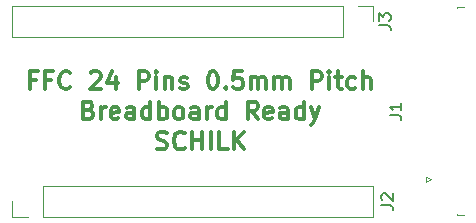
<source format=gbr>
G04 #@! TF.GenerationSoftware,KiCad,Pcbnew,(5.1.5)-3*
G04 #@! TF.CreationDate,2020-06-05T16:26:23+02:00*
G04 #@! TF.ProjectId,FFC_24Pin_P0.5mm_Breakout,4646435f-3234-4506-996e-5f50302e356d,rev?*
G04 #@! TF.SameCoordinates,Original*
G04 #@! TF.FileFunction,Legend,Top*
G04 #@! TF.FilePolarity,Positive*
%FSLAX46Y46*%
G04 Gerber Fmt 4.6, Leading zero omitted, Abs format (unit mm)*
G04 Created by KiCad (PCBNEW (5.1.5)-3) date 2020-06-05 16:26:23*
%MOMM*%
%LPD*%
G04 APERTURE LIST*
%ADD10C,0.300000*%
%ADD11C,0.120000*%
%ADD12C,0.150000*%
G04 APERTURE END LIST*
D10*
X92116428Y-83702857D02*
X91616428Y-83702857D01*
X91616428Y-84488571D02*
X91616428Y-82988571D01*
X92330714Y-82988571D01*
X93402142Y-83702857D02*
X92902142Y-83702857D01*
X92902142Y-84488571D02*
X92902142Y-82988571D01*
X93616428Y-82988571D01*
X95045000Y-84345714D02*
X94973571Y-84417142D01*
X94759285Y-84488571D01*
X94616428Y-84488571D01*
X94402142Y-84417142D01*
X94259285Y-84274285D01*
X94187857Y-84131428D01*
X94116428Y-83845714D01*
X94116428Y-83631428D01*
X94187857Y-83345714D01*
X94259285Y-83202857D01*
X94402142Y-83060000D01*
X94616428Y-82988571D01*
X94759285Y-82988571D01*
X94973571Y-83060000D01*
X95045000Y-83131428D01*
X96759285Y-83131428D02*
X96830714Y-83060000D01*
X96973571Y-82988571D01*
X97330714Y-82988571D01*
X97473571Y-83060000D01*
X97545000Y-83131428D01*
X97616428Y-83274285D01*
X97616428Y-83417142D01*
X97545000Y-83631428D01*
X96687857Y-84488571D01*
X97616428Y-84488571D01*
X98902142Y-83488571D02*
X98902142Y-84488571D01*
X98545000Y-82917142D02*
X98187857Y-83988571D01*
X99116428Y-83988571D01*
X100830714Y-84488571D02*
X100830714Y-82988571D01*
X101402142Y-82988571D01*
X101545000Y-83060000D01*
X101616428Y-83131428D01*
X101687857Y-83274285D01*
X101687857Y-83488571D01*
X101616428Y-83631428D01*
X101545000Y-83702857D01*
X101402142Y-83774285D01*
X100830714Y-83774285D01*
X102330714Y-84488571D02*
X102330714Y-83488571D01*
X102330714Y-82988571D02*
X102259285Y-83060000D01*
X102330714Y-83131428D01*
X102402142Y-83060000D01*
X102330714Y-82988571D01*
X102330714Y-83131428D01*
X103045000Y-83488571D02*
X103045000Y-84488571D01*
X103045000Y-83631428D02*
X103116428Y-83560000D01*
X103259285Y-83488571D01*
X103473571Y-83488571D01*
X103616428Y-83560000D01*
X103687857Y-83702857D01*
X103687857Y-84488571D01*
X104330714Y-84417142D02*
X104473571Y-84488571D01*
X104759285Y-84488571D01*
X104902142Y-84417142D01*
X104973571Y-84274285D01*
X104973571Y-84202857D01*
X104902142Y-84060000D01*
X104759285Y-83988571D01*
X104545000Y-83988571D01*
X104402142Y-83917142D01*
X104330714Y-83774285D01*
X104330714Y-83702857D01*
X104402142Y-83560000D01*
X104545000Y-83488571D01*
X104759285Y-83488571D01*
X104902142Y-83560000D01*
X107045000Y-82988571D02*
X107187857Y-82988571D01*
X107330714Y-83060000D01*
X107402142Y-83131428D01*
X107473571Y-83274285D01*
X107545000Y-83560000D01*
X107545000Y-83917142D01*
X107473571Y-84202857D01*
X107402142Y-84345714D01*
X107330714Y-84417142D01*
X107187857Y-84488571D01*
X107045000Y-84488571D01*
X106902142Y-84417142D01*
X106830714Y-84345714D01*
X106759285Y-84202857D01*
X106687857Y-83917142D01*
X106687857Y-83560000D01*
X106759285Y-83274285D01*
X106830714Y-83131428D01*
X106902142Y-83060000D01*
X107045000Y-82988571D01*
X108187857Y-84345714D02*
X108259285Y-84417142D01*
X108187857Y-84488571D01*
X108116428Y-84417142D01*
X108187857Y-84345714D01*
X108187857Y-84488571D01*
X109616428Y-82988571D02*
X108902142Y-82988571D01*
X108830714Y-83702857D01*
X108902142Y-83631428D01*
X109045000Y-83560000D01*
X109402142Y-83560000D01*
X109545000Y-83631428D01*
X109616428Y-83702857D01*
X109687857Y-83845714D01*
X109687857Y-84202857D01*
X109616428Y-84345714D01*
X109545000Y-84417142D01*
X109402142Y-84488571D01*
X109045000Y-84488571D01*
X108902142Y-84417142D01*
X108830714Y-84345714D01*
X110330714Y-84488571D02*
X110330714Y-83488571D01*
X110330714Y-83631428D02*
X110402142Y-83560000D01*
X110545000Y-83488571D01*
X110759285Y-83488571D01*
X110902142Y-83560000D01*
X110973571Y-83702857D01*
X110973571Y-84488571D01*
X110973571Y-83702857D02*
X111045000Y-83560000D01*
X111187857Y-83488571D01*
X111402142Y-83488571D01*
X111545000Y-83560000D01*
X111616428Y-83702857D01*
X111616428Y-84488571D01*
X112330714Y-84488571D02*
X112330714Y-83488571D01*
X112330714Y-83631428D02*
X112402142Y-83560000D01*
X112545000Y-83488571D01*
X112759285Y-83488571D01*
X112902142Y-83560000D01*
X112973571Y-83702857D01*
X112973571Y-84488571D01*
X112973571Y-83702857D02*
X113045000Y-83560000D01*
X113187857Y-83488571D01*
X113402142Y-83488571D01*
X113545000Y-83560000D01*
X113616428Y-83702857D01*
X113616428Y-84488571D01*
X115473571Y-84488571D02*
X115473571Y-82988571D01*
X116045000Y-82988571D01*
X116187857Y-83060000D01*
X116259285Y-83131428D01*
X116330714Y-83274285D01*
X116330714Y-83488571D01*
X116259285Y-83631428D01*
X116187857Y-83702857D01*
X116045000Y-83774285D01*
X115473571Y-83774285D01*
X116973571Y-84488571D02*
X116973571Y-83488571D01*
X116973571Y-82988571D02*
X116902142Y-83060000D01*
X116973571Y-83131428D01*
X117045000Y-83060000D01*
X116973571Y-82988571D01*
X116973571Y-83131428D01*
X117473571Y-83488571D02*
X118045000Y-83488571D01*
X117687857Y-82988571D02*
X117687857Y-84274285D01*
X117759285Y-84417142D01*
X117902142Y-84488571D01*
X118045000Y-84488571D01*
X119187857Y-84417142D02*
X119045000Y-84488571D01*
X118759285Y-84488571D01*
X118616428Y-84417142D01*
X118545000Y-84345714D01*
X118473571Y-84202857D01*
X118473571Y-83774285D01*
X118545000Y-83631428D01*
X118616428Y-83560000D01*
X118759285Y-83488571D01*
X119045000Y-83488571D01*
X119187857Y-83560000D01*
X119830714Y-84488571D02*
X119830714Y-82988571D01*
X120473571Y-84488571D02*
X120473571Y-83702857D01*
X120402142Y-83560000D01*
X120259285Y-83488571D01*
X120045000Y-83488571D01*
X119902142Y-83560000D01*
X119830714Y-83631428D01*
X96616428Y-86252857D02*
X96830714Y-86324285D01*
X96902142Y-86395714D01*
X96973571Y-86538571D01*
X96973571Y-86752857D01*
X96902142Y-86895714D01*
X96830714Y-86967142D01*
X96687857Y-87038571D01*
X96116428Y-87038571D01*
X96116428Y-85538571D01*
X96616428Y-85538571D01*
X96759285Y-85610000D01*
X96830714Y-85681428D01*
X96902142Y-85824285D01*
X96902142Y-85967142D01*
X96830714Y-86110000D01*
X96759285Y-86181428D01*
X96616428Y-86252857D01*
X96116428Y-86252857D01*
X97616428Y-87038571D02*
X97616428Y-86038571D01*
X97616428Y-86324285D02*
X97687857Y-86181428D01*
X97759285Y-86110000D01*
X97902142Y-86038571D01*
X98045000Y-86038571D01*
X99116428Y-86967142D02*
X98973571Y-87038571D01*
X98687857Y-87038571D01*
X98545000Y-86967142D01*
X98473571Y-86824285D01*
X98473571Y-86252857D01*
X98545000Y-86110000D01*
X98687857Y-86038571D01*
X98973571Y-86038571D01*
X99116428Y-86110000D01*
X99187857Y-86252857D01*
X99187857Y-86395714D01*
X98473571Y-86538571D01*
X100473571Y-87038571D02*
X100473571Y-86252857D01*
X100402142Y-86110000D01*
X100259285Y-86038571D01*
X99973571Y-86038571D01*
X99830714Y-86110000D01*
X100473571Y-86967142D02*
X100330714Y-87038571D01*
X99973571Y-87038571D01*
X99830714Y-86967142D01*
X99759285Y-86824285D01*
X99759285Y-86681428D01*
X99830714Y-86538571D01*
X99973571Y-86467142D01*
X100330714Y-86467142D01*
X100473571Y-86395714D01*
X101830714Y-87038571D02*
X101830714Y-85538571D01*
X101830714Y-86967142D02*
X101687857Y-87038571D01*
X101402142Y-87038571D01*
X101259285Y-86967142D01*
X101187857Y-86895714D01*
X101116428Y-86752857D01*
X101116428Y-86324285D01*
X101187857Y-86181428D01*
X101259285Y-86110000D01*
X101402142Y-86038571D01*
X101687857Y-86038571D01*
X101830714Y-86110000D01*
X102545000Y-87038571D02*
X102545000Y-85538571D01*
X102545000Y-86110000D02*
X102687857Y-86038571D01*
X102973571Y-86038571D01*
X103116428Y-86110000D01*
X103187857Y-86181428D01*
X103259285Y-86324285D01*
X103259285Y-86752857D01*
X103187857Y-86895714D01*
X103116428Y-86967142D01*
X102973571Y-87038571D01*
X102687857Y-87038571D01*
X102545000Y-86967142D01*
X104116428Y-87038571D02*
X103973571Y-86967142D01*
X103902142Y-86895714D01*
X103830714Y-86752857D01*
X103830714Y-86324285D01*
X103902142Y-86181428D01*
X103973571Y-86110000D01*
X104116428Y-86038571D01*
X104330714Y-86038571D01*
X104473571Y-86110000D01*
X104545000Y-86181428D01*
X104616428Y-86324285D01*
X104616428Y-86752857D01*
X104545000Y-86895714D01*
X104473571Y-86967142D01*
X104330714Y-87038571D01*
X104116428Y-87038571D01*
X105902142Y-87038571D02*
X105902142Y-86252857D01*
X105830714Y-86110000D01*
X105687857Y-86038571D01*
X105402142Y-86038571D01*
X105259285Y-86110000D01*
X105902142Y-86967142D02*
X105759285Y-87038571D01*
X105402142Y-87038571D01*
X105259285Y-86967142D01*
X105187857Y-86824285D01*
X105187857Y-86681428D01*
X105259285Y-86538571D01*
X105402142Y-86467142D01*
X105759285Y-86467142D01*
X105902142Y-86395714D01*
X106616428Y-87038571D02*
X106616428Y-86038571D01*
X106616428Y-86324285D02*
X106687857Y-86181428D01*
X106759285Y-86110000D01*
X106902142Y-86038571D01*
X107045000Y-86038571D01*
X108187857Y-87038571D02*
X108187857Y-85538571D01*
X108187857Y-86967142D02*
X108045000Y-87038571D01*
X107759285Y-87038571D01*
X107616428Y-86967142D01*
X107545000Y-86895714D01*
X107473571Y-86752857D01*
X107473571Y-86324285D01*
X107545000Y-86181428D01*
X107616428Y-86110000D01*
X107759285Y-86038571D01*
X108045000Y-86038571D01*
X108187857Y-86110000D01*
X110902142Y-87038571D02*
X110402142Y-86324285D01*
X110045000Y-87038571D02*
X110045000Y-85538571D01*
X110616428Y-85538571D01*
X110759285Y-85610000D01*
X110830714Y-85681428D01*
X110902142Y-85824285D01*
X110902142Y-86038571D01*
X110830714Y-86181428D01*
X110759285Y-86252857D01*
X110616428Y-86324285D01*
X110045000Y-86324285D01*
X112116428Y-86967142D02*
X111973571Y-87038571D01*
X111687857Y-87038571D01*
X111545000Y-86967142D01*
X111473571Y-86824285D01*
X111473571Y-86252857D01*
X111545000Y-86110000D01*
X111687857Y-86038571D01*
X111973571Y-86038571D01*
X112116428Y-86110000D01*
X112187857Y-86252857D01*
X112187857Y-86395714D01*
X111473571Y-86538571D01*
X113473571Y-87038571D02*
X113473571Y-86252857D01*
X113402142Y-86110000D01*
X113259285Y-86038571D01*
X112973571Y-86038571D01*
X112830714Y-86110000D01*
X113473571Y-86967142D02*
X113330714Y-87038571D01*
X112973571Y-87038571D01*
X112830714Y-86967142D01*
X112759285Y-86824285D01*
X112759285Y-86681428D01*
X112830714Y-86538571D01*
X112973571Y-86467142D01*
X113330714Y-86467142D01*
X113473571Y-86395714D01*
X114830714Y-87038571D02*
X114830714Y-85538571D01*
X114830714Y-86967142D02*
X114687857Y-87038571D01*
X114402142Y-87038571D01*
X114259285Y-86967142D01*
X114187857Y-86895714D01*
X114116428Y-86752857D01*
X114116428Y-86324285D01*
X114187857Y-86181428D01*
X114259285Y-86110000D01*
X114402142Y-86038571D01*
X114687857Y-86038571D01*
X114830714Y-86110000D01*
X115402142Y-86038571D02*
X115759285Y-87038571D01*
X116116428Y-86038571D02*
X115759285Y-87038571D01*
X115616428Y-87395714D01*
X115545000Y-87467142D01*
X115402142Y-87538571D01*
X102366428Y-89517142D02*
X102580714Y-89588571D01*
X102937857Y-89588571D01*
X103080714Y-89517142D01*
X103152142Y-89445714D01*
X103223571Y-89302857D01*
X103223571Y-89160000D01*
X103152142Y-89017142D01*
X103080714Y-88945714D01*
X102937857Y-88874285D01*
X102652142Y-88802857D01*
X102509285Y-88731428D01*
X102437857Y-88660000D01*
X102366428Y-88517142D01*
X102366428Y-88374285D01*
X102437857Y-88231428D01*
X102509285Y-88160000D01*
X102652142Y-88088571D01*
X103009285Y-88088571D01*
X103223571Y-88160000D01*
X104723571Y-89445714D02*
X104652142Y-89517142D01*
X104437857Y-89588571D01*
X104295000Y-89588571D01*
X104080714Y-89517142D01*
X103937857Y-89374285D01*
X103866428Y-89231428D01*
X103795000Y-88945714D01*
X103795000Y-88731428D01*
X103866428Y-88445714D01*
X103937857Y-88302857D01*
X104080714Y-88160000D01*
X104295000Y-88088571D01*
X104437857Y-88088571D01*
X104652142Y-88160000D01*
X104723571Y-88231428D01*
X105366428Y-89588571D02*
X105366428Y-88088571D01*
X105366428Y-88802857D02*
X106223571Y-88802857D01*
X106223571Y-89588571D02*
X106223571Y-88088571D01*
X106937857Y-89588571D02*
X106937857Y-88088571D01*
X108366428Y-89588571D02*
X107652142Y-89588571D01*
X107652142Y-88088571D01*
X108866428Y-89588571D02*
X108866428Y-88088571D01*
X109723571Y-89588571D02*
X109080714Y-88731428D01*
X109723571Y-88088571D02*
X108866428Y-88945714D01*
D11*
X120710000Y-77410000D02*
X120710000Y-78740000D01*
X119380000Y-77410000D02*
X120710000Y-77410000D01*
X118110000Y-77410000D02*
X118110000Y-80070000D01*
X118110000Y-80070000D02*
X90110000Y-80070000D01*
X118110000Y-77410000D02*
X90110000Y-77410000D01*
X90110000Y-77410000D02*
X90110000Y-80070000D01*
X90110000Y-95310000D02*
X90110000Y-93980000D01*
X91440000Y-95310000D02*
X90110000Y-95310000D01*
X92710000Y-95310000D02*
X92710000Y-92650000D01*
X92710000Y-92650000D02*
X120710000Y-92650000D01*
X92710000Y-95310000D02*
X120710000Y-95310000D01*
X120710000Y-95310000D02*
X120710000Y-92650000D01*
X125180000Y-91910000D02*
X125180000Y-92310000D01*
X125580000Y-92110000D02*
X125180000Y-91910000D01*
X125180000Y-92310000D02*
X125580000Y-92110000D01*
X127770000Y-77535000D02*
X128370000Y-77535000D01*
X127770000Y-77645000D02*
X127770000Y-77535000D01*
X127770000Y-95185000D02*
X128370000Y-95185000D01*
X127770000Y-95075000D02*
X127770000Y-95185000D01*
D12*
X121162380Y-79073333D02*
X121876666Y-79073333D01*
X122019523Y-79120952D01*
X122114761Y-79216190D01*
X122162380Y-79359047D01*
X122162380Y-79454285D01*
X121162380Y-78692380D02*
X121162380Y-78073333D01*
X121543333Y-78406666D01*
X121543333Y-78263809D01*
X121590952Y-78168571D01*
X121638571Y-78120952D01*
X121733809Y-78073333D01*
X121971904Y-78073333D01*
X122067142Y-78120952D01*
X122114761Y-78168571D01*
X122162380Y-78263809D01*
X122162380Y-78549523D01*
X122114761Y-78644761D01*
X122067142Y-78692380D01*
X121372380Y-94313333D02*
X122086666Y-94313333D01*
X122229523Y-94360952D01*
X122324761Y-94456190D01*
X122372380Y-94599047D01*
X122372380Y-94694285D01*
X121467619Y-93884761D02*
X121420000Y-93837142D01*
X121372380Y-93741904D01*
X121372380Y-93503809D01*
X121420000Y-93408571D01*
X121467619Y-93360952D01*
X121562857Y-93313333D01*
X121658095Y-93313333D01*
X121800952Y-93360952D01*
X122372380Y-93932380D01*
X122372380Y-93313333D01*
X122082380Y-86693333D02*
X122796666Y-86693333D01*
X122939523Y-86740952D01*
X123034761Y-86836190D01*
X123082380Y-86979047D01*
X123082380Y-87074285D01*
X123082380Y-85693333D02*
X123082380Y-86264761D01*
X123082380Y-85979047D02*
X122082380Y-85979047D01*
X122225238Y-86074285D01*
X122320476Y-86169523D01*
X122368095Y-86264761D01*
M02*

</source>
